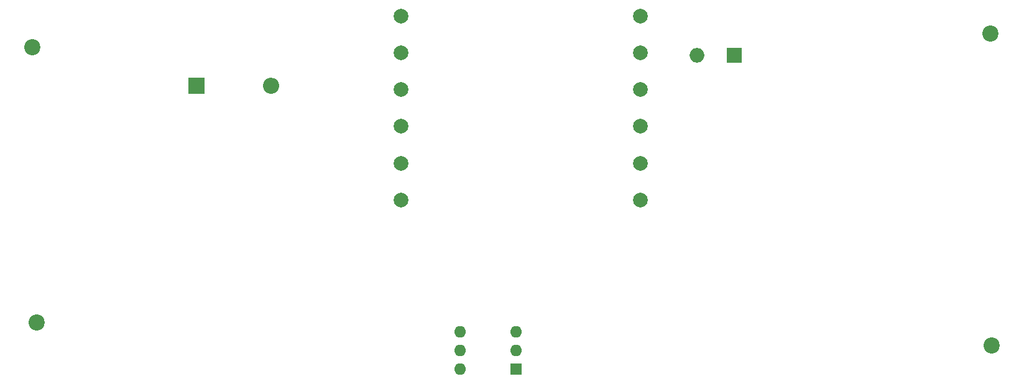
<source format=gbr>
%TF.GenerationSoftware,KiCad,Pcbnew,(6.0.10)*%
%TF.CreationDate,2023-05-29T22:30:11+03:00*%
%TF.ProjectId,flyback,666c7962-6163-46b2-9e6b-696361645f70,rev?*%
%TF.SameCoordinates,Original*%
%TF.FileFunction,Soldermask,Bot*%
%TF.FilePolarity,Negative*%
%FSLAX46Y46*%
G04 Gerber Fmt 4.6, Leading zero omitted, Abs format (unit mm)*
G04 Created by KiCad (PCBNEW (6.0.10)) date 2023-05-29 22:30:11*
%MOMM*%
%LPD*%
G01*
G04 APERTURE LIST*
%ADD10C,2.000000*%
%ADD11C,2.200000*%
%ADD12R,1.600000X1.600000*%
%ADD13O,1.600000X1.600000*%
%ADD14R,2.200000X2.200000*%
%ADD15O,2.200000X2.200000*%
%ADD16R,2.000000X2.000000*%
%ADD17O,2.000000X2.000000*%
G04 APERTURE END LIST*
D10*
%TO.C,T1*%
X188229800Y-96186000D03*
X188229800Y-86186000D03*
X155629800Y-71186000D03*
X155629800Y-91186000D03*
X155629800Y-96186000D03*
X188229800Y-76186000D03*
X155629800Y-76186000D03*
X188229800Y-81186000D03*
X188229800Y-71186000D03*
X188229800Y-91186000D03*
X155629800Y-86186000D03*
X155629800Y-81186000D03*
%TD*%
D11*
%TO.C,H2*%
X105435400Y-75412600D03*
%TD*%
%TO.C,H3*%
X235864400Y-73558400D03*
%TD*%
%TO.C,H4*%
X236016800Y-116052600D03*
%TD*%
D12*
%TO.C,U2*%
X171313000Y-119238000D03*
D13*
X171313000Y-116698000D03*
X171313000Y-114158000D03*
X163693000Y-114158000D03*
X163693000Y-116698000D03*
X163693000Y-119238000D03*
%TD*%
D14*
%TO.C,D1*%
X127733000Y-80626000D03*
D15*
X137893000Y-80626000D03*
%TD*%
D11*
%TO.C,H1*%
X106019600Y-112928400D03*
%TD*%
D16*
%TO.C,D2*%
X201041000Y-76510000D03*
D17*
X195961000Y-76510000D03*
%TD*%
M02*

</source>
